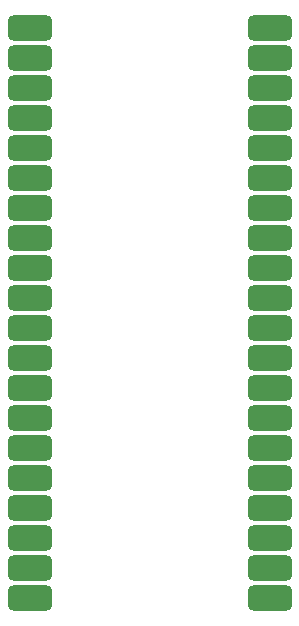
<source format=gbr>
%TF.GenerationSoftware,KiCad,Pcbnew,8.0.7*%
%TF.CreationDate,2024-12-25T15:12:26+08:00*%
%TF.ProjectId,keyboard,6b657962-6f61-4726-942e-6b696361645f,rev?*%
%TF.SameCoordinates,Original*%
%TF.FileFunction,Paste,Top*%
%TF.FilePolarity,Positive*%
%FSLAX46Y46*%
G04 Gerber Fmt 4.6, Leading zero omitted, Abs format (unit mm)*
G04 Created by KiCad (PCBNEW 8.0.7) date 2024-12-25 15:12:26*
%MOMM*%
%LPD*%
G01*
G04 APERTURE LIST*
G04 Aperture macros list*
%AMRoundRect*
0 Rectangle with rounded corners*
0 $1 Rounding radius*
0 $2 $3 $4 $5 $6 $7 $8 $9 X,Y pos of 4 corners*
0 Add a 4 corners polygon primitive as box body*
4,1,4,$2,$3,$4,$5,$6,$7,$8,$9,$2,$3,0*
0 Add four circle primitives for the rounded corners*
1,1,$1+$1,$2,$3*
1,1,$1+$1,$4,$5*
1,1,$1+$1,$6,$7*
1,1,$1+$1,$8,$9*
0 Add four rect primitives between the rounded corners*
20,1,$1+$1,$2,$3,$4,$5,0*
20,1,$1+$1,$4,$5,$6,$7,0*
20,1,$1+$1,$6,$7,$8,$9,0*
20,1,$1+$1,$8,$9,$2,$3,0*%
G04 Aperture macros list end*
%ADD10RoundRect,0.550000X-1.350000X-0.550000X1.350000X-0.550000X1.350000X0.550000X-1.350000X0.550000X0*%
G04 APERTURE END LIST*
D10*
%TO.C,U1*%
X53118000Y-41727000D03*
X53118000Y-44267000D03*
X53118000Y-46807000D03*
X53118000Y-49347000D03*
X53118000Y-51887000D03*
X53118000Y-54427000D03*
X53118000Y-56967000D03*
X53118000Y-59507000D03*
X53118000Y-62047000D03*
X53118000Y-64587000D03*
X53118000Y-67127000D03*
X53118000Y-69667000D03*
X53118000Y-72207000D03*
X53118000Y-74747000D03*
X53118000Y-77287000D03*
X53118000Y-79827000D03*
X53118000Y-82367000D03*
X53118000Y-84907000D03*
X53118000Y-87447000D03*
X53118000Y-89987000D03*
X73438000Y-89987000D03*
X73438000Y-87447000D03*
X73438000Y-84907000D03*
X73438000Y-82367000D03*
X73438000Y-79827000D03*
X73438000Y-77287000D03*
X73438000Y-74747000D03*
X73438000Y-72207000D03*
X73438000Y-69667000D03*
X73438000Y-67127000D03*
X73438000Y-64587000D03*
X73438000Y-62047000D03*
X73438000Y-59507000D03*
X73438000Y-56967000D03*
X73438000Y-54427000D03*
X73438000Y-51887000D03*
X73438000Y-49347000D03*
X73438000Y-46807000D03*
X73438000Y-44267000D03*
X73438000Y-41727000D03*
%TD*%
M02*

</source>
